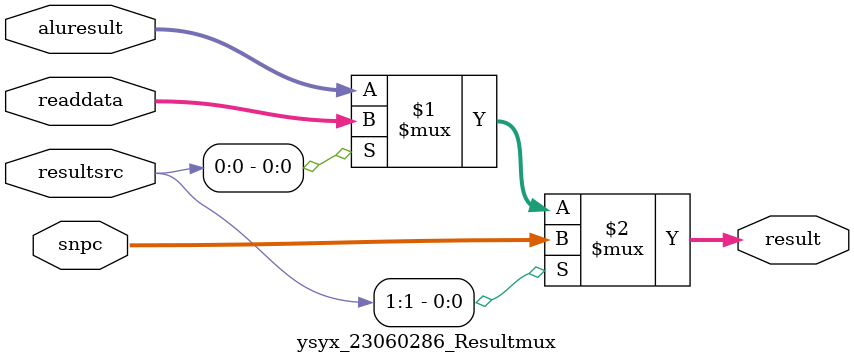
<source format=v>
module ysyx_23060286_Resultmux (
    input [31:0] aluresult,
    input [31:0] readdata,
    input [31:0] snpc,
    input [1:0] resultsrc,
    output [31:0] result
);
     assign result=(resultsrc[1] ? snpc:(resultsrc[0] ? readdata:aluresult));
endmodule

</source>
